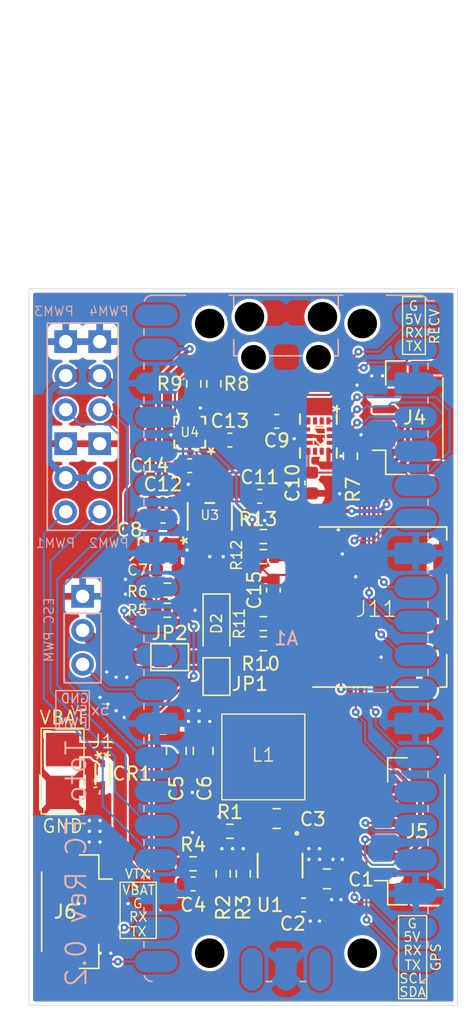
<source format=kicad_pcb>
(kicad_pcb (version 20241229) (generator "pcbnew") (generator_version "9.0")
  (layers (0 "F.Cu" signal) (2 "B.Cu" signal) (13 "F.Paste" user) (15 "B.Paste" user) (5 "F.SilkS" user "F.Silkscreen") (7 "B.SilkS" user "B.Silkscreen") (1 "F.Mask" user) (3 "B.Mask" user) (25 "Edge.Cuts" user))
  (net 0 "")
  (net 3 "/VTX_UART_RX")
  (net 5 "/VBAT_S")
  (net 6 "GND")
  (net 7 "/Peripherals/IMU_SPI_CS")
  (net 8 "/COMP_I2C_SCL")
  (net 9 "/VTX_UART_TX")
  (net 10 "/Peripherals/IMU_SPI_MISO")
  (net 11 "/Peripherals/SD_CARD_SPI_CLK")
  (net 12 "/Peripherals/SD_CARD_SPI_CS")
  (net 13 "/Peripherals/IMU_SPI_CLK")
  (net 14 "/RECEIVER_UART_TX")
  (net 15 "/SERVO_PWM_2")
  (net 16 "/COMP_I2C_SDA")
  (net 17 "/SERVO_PWM_4")
  (net 18 "/Peripherals/SD_CARD_SPI_MOSI")
  (net 19 "/SERVO_PWM_1")
  (net 20 "+5V")
  (net 21 "/SERVO_PWM_3")
  (net 22 "/GPS_UART_TX")
  (net 23 "/RECEIVER_UART_RX")
  (net 24 "VBUS")
  (net 25 "+3V3")
  (net 27 "/ESC_PWM")
  (net 29 "/Peripherals/BARO_I2C_SCL")
  (net 30 "/Peripherals/IMU_SPI_MOSI")
  (net 31 "/Peripherals/BARO_I2C_SDA")
  (net 34 "/GPS_UART_RX")
  (net 35 "/Peripherals/SD_CARD_SPI_MISO")
  (net 36 "VBAT")
  (net 37 "/SW")
  (net 38 "/BOOT")
  (net 39 "/FB")
  (net 40 "5V_BEC")
  (net 41 "3v3_SENSOR")
  (net 42 "Net-(U3-BYPASS)")
  (net 44 "Net-(J11-DAT2)")
  (net 45 "Net-(J11-DAT1)")
  (net 46 "Net-(U1-RT)")
  (net 53 "Net-(C4-Pad1)")
  (net 54 "/ONBOARD_BEC")
  (net 55 "/ESC_BEC")
  (footprint "Resistor_SMD:R_0603_1608Metric" (layer "F.Cu") (at 40.3 46.6 90)
    (property "Reference" "R8")
    (property "Value" "4.7k")
  )
  (footprint "Resistor_SMD:R_0603_1608Metric" (layer "F.Cu") (at 44 59.5 180)
    (property "Reference" "R12")
    (property "Value" "50k")
  )
  (footprint "Capacitor_SMD:C_0603_1608Metric" (layer "F.Cu") (at 45 49.4 180)
    (property "Reference" "C9")
    (property "Value" "10n")
  )
  (footprint "Resistor_SMD:R_0603_1608Metric" (layer "F.Cu") (at 38.75 82.425003)
    (property "Reference" "R4")
    (property "Value" "1k")
  )
  (footprint "Resistor_SMD:R_0603_1608Metric" (layer "F.Cu") (at 41.5 80)
    (property "Reference" "R1")
    (property "Value" "31.6k")
  )
  (footprint "Capacitor_SMD:C_0603_1608Metric" (layer "F.Cu") (at 44.75 62 90)
    (property "Reference" "C15")
    (property "Value" "100n")
  )
  (footprint "Capacitor_SMD:C_0805_2012Metric" (layer "F.Cu") (at 37.500003 73.999997 90)
    (property "Reference" "C5")
    (property "Value" "33u")
  )
  (footprint "Connector_JST:JST_GH_SM06B-GHS-TB_1x06-1MP_P1.25mm_Horizontal" (layer "F.Cu") (at 55 80 90)
    (property "Reference" "J5")
    (property "Value" "GPS Connector")
  )
  (footprint "Resistor_SMD:R_0603_1608Metric" (layer "F.Cu") (at 41.000002 83.175 90)
    (property "Reference" "R2")
    (property "Value" "100k")
  )
  (footprint "Capacitor_SMD:C_0603_1608Metric" (layer "F.Cu") (at 36.825 60.5)
    (property "Reference" "C7")
    (property "Value" "1u")
  )
  (footprint "Capacitor_SMD:C_0603_1608Metric" (layer "F.Cu") (at 41.5 50.8)
    (property "Reference" "C13")
    (property "Value" "100n")
  )
  (footprint "Connector_JST:JST_GH_SM04B-GHS-TB_1x04-1MP_P1.25mm_Horizontal" (layer "F.Cu") (at 30 86 -90)
    (property "Reference" "J6")
    (property "Value" "VTX Connector")
  )
  (footprint "Resistor_SMD:R_0603_1608Metric" (layer "F.Cu") (at 44 64.5 180)
    (property "Reference" "R11")
    (property "Value" "50k")
  )
  (footprint "toto_fc:SOD523" (layer "F.Cu") (at 32 75.7269 -90)
    (property "Reference" "CR1")
    (property "Value" "D24V0S1U2TQ-7")
  )
  (footprint "toto_fc:BMP390" (layer "F.Cu") (at 38.499999 50.2126 180)
    (property "Reference" "U4")
    (property "Value" "BMP390")
  )
  (footprint "Capacitor_SMD:C_0603_1608Metric" (layer "F.Cu") (at 38.75 83.925)
    (property "Reference" "C4")
    (property "Value" "33p")
  )
  (footprint "Diode_SMD:D_SOD-123F" (layer "F.Cu") (at 40.5 64.5 -90)
    (property "Reference" "D2")
    (property "Value" "PMEG2010EH")
  )
  (footprint "Resistor_SMD:R_0603_1608Metric" (layer "F.Cu") (at 36.825 63.5)
    (property "Reference" "R5")
    (property "Value" "47K")
  )
  (footprint "toto_fc:LMR51450" (layer "F.Cu") (at 45.249685 82.5546 -90)
    (property "Reference" "U1")
    (property "Value" "LMR51450")
  )
  (footprint "Capacitor_SMD:C_0603_1608Metric" (layer "F.Cu") (at 36.5 55.5 180)
    (property "Reference" "C12")
    (property "Value" "100n")
  )
  (footprint "toto_fc:MOLEX_104031-0811" (layer "F.Cu") (at 52 63.26 -90)
    (property "Reference" "J11")
    (property "Value" "Micro_SD_Card")
  )
  (footprint "Capacitor_SMD:C_0603_1608Metric" (layer "F.Cu") (at 43.725 55)
    (property "Reference" "C11")
    (property "Value" "100n")
  )
  (footprint "Capacitor_SMD:C_0603_1608Metric" (layer "F.Cu") (at 36.5 57.5 180)
    (property "Reference" "C8")
    (property "Value" "100n")
  )
  (footprint "toto_fc:vbat_pads" (layer "F.Cu") (at 29 75.5)
    (property "Reference" "J1")
    (property "Value" "Conn_01x02")
  )
  (footprint "toto_fc:TPS79133DBVR" (layer "F.Cu") (at 40 56.5 90)
    (property "Reference" "U3")
    (property "Value" "TPS79133DBVR")
  )
  (footprint "Resistor_SMD:R_0603_1608Metric" (layer "F.Cu") (at 38.8 46.6 90)
    (property "Reference" "R9")
    (property "Value" "4.7k")
  )
  (footprint "toto_fc:F1C2-060606W-5R6M" (layer "F.Cu") (at 44 74.550001 -90)
    (property "Reference" "L1")
    (property "Value" "5.6u")
  )
  (footprint "Capacitor_SMD:C_0603_1608Metric" (layer "F.Cu") (at 38.5 52.7126 180)
    (property "Reference" "C14")
    (property "Value" "100n")
  )
  (footprint "Resistor_SMD:R_0603_1608Metric" (layer "F.Cu") (at 36.825 62 180)
    (property "Reference" "R6")
    (property "Value" "7K")
  )
  (footprint "Resistor_SMD:R_0603_1608Metric" (layer "F.Cu") (at 50.5 52 90)
    (property "Reference" "R7")
    (property "Value" "10k")
  )
  (footprint "Jumper:SolderJumper-2_P1.3mm_Open_Pad1.0x1.5mm" (layer "F.Cu") (at 40.5 68.449999 90)
    (property "Reference" "JP1")
    (property "Value" "BEC_SJ")
  )
  (footprint "Capacitor_SMD:C_0805_2012Metric" (layer "F.Cu") (at 45 79.050001)
    (property "Reference" "C3")
    (property "Value" "10u")
  )
  (footprint "Resistor_SMD:R_0603_1608Metric" (layer "F.Cu") (at 44 58 180)
    (property "Reference" "R13")
    (property "Value" "50k")
  )
  (footprint "Capacitor_SMD:C_0805_2012Metric" (layer "F.Cu") (at 48.749685 83.550001)
    (property "Reference" "C1")
    (property "Value" "10u")
  )
  (footprint "Capacitor_SMD:C_0603_1608Metric" (layer "F.Cu") (at 47.611 54.000001 90)
    (property "Reference" "C10")
    (property "Value" "2.2u")
  )
  (footprint "Jumper:SolderJumper-2_P1.3mm_Open_Pad1.0x1.5mm" (layer "F.Cu") (at 37 67)
    (property "Reference" "JP2")
    (property "Value" "ESC_SJ")
  )
  (footprint "toto_fc:ICM-42688-P" (layer "F.Cu") (at 48.111 50.500001 -90)
    (property "Reference" "U2")
    (property "Value" "ICM-42688-P")
  )
  (footprint "Capacitor_SMD:C_0805_2012Metric" (layer "F.Cu") (at 39.5 74 90)
    (property "Reference" "C6")
    (property "Value" "33u")
  )
  (footprint "Connector_JST:JST_GH_SM04B-GHS-TB_1x04-1MP_P1.25mm_Horizontal" (layer "F.Cu") (at 54.85 49.125 90)
    (property "Reference" "J4")
    (property "Value" "Receiver Connector")
  )
  (footprint "Capacitor_SMD:C_0603_1608Metric" (layer "F.Cu") (at 47 85.5)
    (property "Reference" "C2")
    (property "Value" "100n")
  )
  (footprint "Resistor_SMD:R_0603_1608Metric" (layer "F.Cu") (at 44 66 180)
    (property "Reference" "R10")
    (property "Value" "50k")
  )
  (footprint "Resistor_SMD:R_0603_1608Metric" (layer "F.Cu") (at 42.5 83.175 -90)
    (property "Reference" "R3")
    (property "Value" "19.1k")
  )
  (footprint "toto_fc:pwm_headers" (layer "B.Cu") (at 31.775 43.45 180)
    (property "Reference" "J2" (hide yes))
    (property "Value" "Conn_01x12")
  )
  (footprint "toto_fc:RaspberryPi_Pico_SMD_HandSolder" (layer "B.Cu") (at 45.69 65.6 180)
    (property "Reference" "A1")
    (property "Value" "RaspberryPi_Pico")
  )
  (footprint "Connector_PinHeader_2.54mm:PinHeader_1x03_P2.54mm_Vertical" (layer "B.Cu") (at 30.5 62.46 180)
    (property "Reference" "J3" (hide yes))
    (property "Value" "Conn_01x03")
  )
  (gr_line (start 54.4 40.1) (end 54.4 44.4) (stroke (width 0.1)) (layer "F.SilkS"))
  (gr_line (start 54.4 44.4) (end 56.1 44.4) (stroke (width 0.1)) (layer "F.SilkS"))
  (gr_line (start 36 83.8) (end 36 88) (stroke (width 0.1)) (layer "F.SilkS"))
  (gr_line (start 56.2 92.5) (end 54.1 92.5) (stroke (width 0.1)) (layer "F.SilkS"))
  (gr_line (start 54.1 92.5) (end 54.1 86.3) (stroke (width 0.1)) (layer "F.SilkS"))
  (gr_line (start 33.3 88) (end 33.3 83.8) (stroke (width 0.1)) (layer "F.SilkS"))
  (gr_line (start 33.3 83.8) (end 36 83.8) (stroke (width 0.1)) (layer "F.SilkS"))
  (gr_line (start 56.2 86.3) (end 56.2 92.5) (stroke (width 0.1)) (layer "F.SilkS"))
  (gr_line (start 54.1 86.3) (end 56.2 86.3) (stroke (width 0.1)) (layer "F.SilkS"))
  (gr_line (start 56.1 44.4) (end 56.1 40.1) (stroke (width 0.1)) (layer "F.SilkS"))
  (gr_line (start 56.1 40.1) (end 54.4 40.1) (stroke (width 0.1)) (layer "F.SilkS"))
  (gr_line (start 36 88) (end 33.3 88) (stroke (width 0.1)) (layer "F.SilkS"))
  (gr_line (start 28.5 69.5) (end 31 69.5) (stroke (width 0.1)) (layer "B.SilkS"))
  (gr_line (start 28.5 72.4) (end 28.5 69.5) (stroke (width 0.1)) (layer "B.SilkS"))
  (gr_line (start 31 69.5) (end 31 72.4) (stroke (width 0.1)) (layer "B.SilkS"))
  (gr_line (start 31 72.4) (end 28.5 72.4) (stroke (width 0.1)) (layer "B.SilkS"))
  (gr_line (start 26.5 39.5) (end 26.5 93) (stroke (width 0.05)) (layer "Edge.Cuts"))
  (gr_line (start 58.5 39.5) (end 26.5 39.5) (stroke (width 0.05)) (layer "Edge.Cuts"))
  (gr_line (start 26.5 93) (end 58.5 93) (stroke (width 0.05)) (layer "Edge.Cuts"))
  (gr_line (start 58.5 93) (end 58.5 39.5) (stroke (width 0.05)) (layer "Edge.Cuts"))
  (gr_text "GND" (at 27.4 80.2 0) (layer "F.SilkS") (effects (font (size 1 1) (thickness 0.12)) (justify left bottom)))
  (gr_text "VBAT" (at 27.2 72.1 0) (layer "F.SilkS") (effects (font (size 1 1) (thickness 0.12)) (justify left bottom)))
  (gr_text "RX" (at 54.5 43.2 0) (layer "F.SilkS") (effects (font (size 0.7 0.7) (thickness 0.1)) (justify left bottom)))
  (gr_text "TX" (at 54.5 90.4 0) (layer "F.SilkS") (effects (font (size 0.7 0.7) (thickness 0.1)) (justify left bottom)))
  (gr_text "5V" (at 54.4 88.3 -0) (layer "F.SilkS") (effects (font (size 0.7 0.7) (thickness 0.1)) (justify left bottom)))
  (gr_text "GPS" (at 57.3 90.5 90) (layer "F.SilkS") (effects (font (size 0.7 0.7) (thickness 0.1)) (justify left bottom)))
  (gr_text "TX" (at 54.59 44.2 0) (layer "F.SilkS") (effects (font (size 0.7 0.7) (thickness 0.1)) (justify left bottom)))
  (gr_text "G" (at 54.7 87.3 0) (layer "F.SilkS") (effects (font (size 0.7 0.7) (thickness 0.1)) (justify left bottom)))
  (gr_text "VTX" (at 33.6 83.6 0) (layer "F.SilkS") (effects (font (size 0.7 0.7) (thickness 0.1)) (justify left bottom)))
  (gr_text "G" (at 34.2 85.8 0) (layer "F.SilkS") (effects (font (size 0.7 0.7) (thickness 0.1)) (justify left bottom)))
  (gr_text "SCL" (at 54.1 91.4 0) (layer "F.SilkS") (effects (font (size 0.7 0.7) (thickness 0.1)) (justify left bottom)))
  (gr_text "RX" (at 33.9 86.8 0) (layer "F.SilkS") (effects (font (size 0.7 0.7) (thickness 0.1)) (justify left bottom)))
  (gr_text "RECV" (at 57.2 43.7 90) (layer "F.SilkS") (effects (font (size 0.7 0.7) (thickness 0.1)) (justify left bottom)))
  (gr_text "G" (at 54.8 41.2 0) (layer "F.SilkS") (effects (font (size 0.7 0.7) (thickness 0.1)) (justify left bottom)))
  (gr_text "SDA" (at 54.1 92.4 0) (layer "F.SilkS") (effects (font (size 0.7 0.7) (thickness 0.1)) (justify left bottom)))
  (gr_text "5V" (at 54.5 42.2 -0) (layer "F.SilkS") (effects (font (size 0.7 0.7) (thickness 0.1)) (justify left bottom)))
  (gr_text "VBAT" (at 33.4 84.8 0) (layer "F.SilkS") (effects (font (size 0.7 0.7) (thickness 0.1)) (justify left bottom)))
  (gr_text "RX" (at 54.4 89.3 0) (layer "F.SilkS") (effects (font (size 0.7 0.7) (thickness 0.1)) (justify left bottom)))
  (gr_text "TX" (at 34 87.9 0) (layer "F.SilkS") (effects (font (size 0.7 0.7) (thickness 0.1)) (justify left bottom)))
  (gr_text "ESC PWM" (at 28.4 62.5 90) (layer "B.SilkS") (effects (font (size 0.7 0.7) (thickness 0.08)) (justify left bottom mirror)))
  (gr_text "PWM1" (at 30 58.9 0) (layer "B.SilkS") (effects (font (size 0.7 0.7) (thickness 0.08)) (justify left bottom mirror)))
  (gr_text "5V" (at 30.96 71.4 0) (layer "B.SilkS") (effects (font (size 0.7 0.7) (thickness 0.1)) (justify left bottom mirror)))
  (gr_text "PWM2" (at 34 58.9 0) (layer "B.SilkS") (effects (font (size 0.7 0.7) (thickness 0.08)) (justify left bottom mirror)))
  (gr_text "PWM3" (at 29.9 41.6 0) (layer "B.SilkS") (effects (font (size 0.7 0.7) (thickness 0.08)) (justify left bottom mirror)))
  (gr_text "5x" (at 32.6 71.4 0) (layer "B.SilkS") (effects (font (size 0.8 0.8) (thickness 0.1)) (justify left bottom mirror)))
  (gr_text "PWM" (at 30.96 72.3 0) (layer "B.SilkS") (effects (font (size 0.7 0.7) (thickness 0.1)) (justify left bottom mirror)))
  (gr_text "Toto FC Rev 0.2" (at 30.9 73.1 90) (layer "B.SilkS") (effects (font (size 1.5 1.5)) (justify left bottom mirror)))
  (gr_text "PWM4" (at 34 41.6 0) (layer "B.SilkS") (effects (font (size 0.7 0.7) (thickness 0.08)) (justify left bottom mirror)))
  (gr_text "GND" (at 31.06 70.5 0) (layer "B.SilkS") (effects (font (size 0.7 0.7) (thickness 0.1)) (justify left bottom mirror)))
  (segment (start 33.61 87.19) (end 32.925 87.875) (width 0.15) (layer "F.Cu") (net 3))
  (segment (start 32.925 87.875) (end 31.85 87.875) (width 0.15) (layer "F.Cu") (net 3))
  (via (at 33.61 87.19) (size 0.6) (drill 0.25) (layers "F.Cu" "B.Cu") (net 3))
  (segment (start 33.61 87.19) (end 36 87.19) (width 0.15) (layer "B.Cu") (net 3))
  (segment (start 36 60.55) (end 36.05 60.5) (width 0.15) (layer "F.Cu") (net 5))
  (segment (start 36 63.5) (end 33.6 63.5) (width 0.15) (layer "F.Cu") (net 5))
  (segment (start 36 63.5) (end 36 60.55) (width 0.15) (layer "F.Cu") (net 5))
  (via (at 33.595928 63.509716) (size 0.6) (drill 0.25) (layers "F.Cu" "B.Cu") (net 5))
  (segment (start 33.595928 63.995928) (end 33.93 64.33) (width 0.15) (layer "B.Cu") (net 5))
  (segment (start 33.595928 63.509716) (end 33.595928 63.995928) (width 0.15) (layer "B.Cu") (net 5))
  (segment (start 33.93 64.33) (end 36 64.33) (width 0.15) (layer "B.Cu") (net 5))
  (segment (start 38 51) (end 38 52.4376) (width 0.15) (layer "F.Cu") (net 6))
  (segment (start 46.3 50.7) (end 46.5 50.5) (width 0.15) (layer "F.Cu") (net 6))
  (segment (start 37.1 50.568701) (end 37.531299 51) (width 0.15) (layer "F.Cu") (net 6))
  (segment (start 37.725 53.425) (end 38.4 54.1) (width 0.15) (layer "F.Cu") (net 6))
  (segment (start 39.3 48.4) (end 38.999998 48.700002) (width 0.15) (layer "F.Cu") (net 6))
  (segment (start 46.55 60.865) (end 47.565 60.865) (width 0.15) (layer "F.Cu") (net 6))
  (segment (start 37.725 52.7126) (end 37.725 53.425) (width 0.15) (layer "F.Cu") (net 6))
  (segment (start 40.675 78.9) (end 40.675 80) (width 0.15) (layer "F.Cu") (net 6))
  (segment (start 44 60.475) (end 44 60.1) (width 0.15) (layer "F.Cu") (net 6))
  (segment (start 45.11 60.865) (end 44.75 61.225) (width 0.15) (layer "F.Cu") (net 6))
  (segment (start 32 76.5) (end 31.5 77) (width 0.3) (layer "F.Cu") (net 6))
  (segment (start 38 49.4252) (end 38 49) (width 0.15) (layer "F.Cu") (net 6))
  (segment (start 31.2 77.1) (end 31.4 77.1) (width 0.5) (layer "F.Cu") (net 6))
  (segment (start 46.6 51) (end 47.222 51) (width 0.15) (layer "F.Cu") (net 6))
  (segment (start 48.861001 51.630301) (end 49.430301 51.630301) (width 0.15) (layer "F.Cu") (net 6))
  (segment (start 37.531299 51) (end 38 51) (width 0.15) (layer "F.Cu") (net 6))
  (segment (start 49.430301 51.630301) (end 49.8 52) (width 0.15) (layer "F.Cu") (net 6))
  (segment (start 38.325678 49.9) (end 38.725202 49.9) (width 0.15) (layer "F.Cu") (net 6))
  (segment (start 46.5 50.5) (end 47.222 50.500001) (width 0.15) (layer "F.Cu") (net 6))
  (segment (start 38 52.4376) (end 37.725 52.7126) (width 0.15) (layer "F.Cu") (net 6))
  (segment (start 38 49.4252) (end 38 49.574322) (width 0.15) (layer "F.Cu") (net 6))
  (segment (start 38.999998 49.625204) (end 38.999998 49.4252) (width 0.15) (layer "F.Cu") (net 6))
  (segment (start 46.3 50.7) (end 46.6 51) (width 0.15) (layer "F.Cu") (net 6))
  (segment (start 38.725202 49.9) (end 38.999998 49.625204) (width 0.15) (layer "F.Cu") (net 6))
  (segment (start 38.999998 48.700002) (end 38.999998 49.4252) (width 0.15) (layer "F.Cu") (net 6))
  (segment (start 29 77.1) (end 31.2 77.1) (width 0.5) (layer "F.Cu") (net 6))
  (segment (start 37.1 50.4) (end 37.1 50.568701) (width 0.15) (layer "F.Cu") (net 6))
  (segment (start 38 49.574322) (end 38.325678 49.9) (width 0.15) (layer "F.Cu") (net 6))
  (segment (start 31.4 77.1) (end 31.5 77) (width 0.5) (layer "F.Cu") (net 6))
  (segment (start 46.55 60.865) (end 45.11 60.865) (width 0.15) (layer "F.Cu") (net 6))
  (segment (start 38 51) (end 38.499999 51) (width 0.15) (layer "F.Cu") (net 6))
  (segment (start 42.5 82.35) (end 42.5 81.3) (width 0.15) (layer "F.Cu") (net 6))
  (segment (start 44.75 61.225) (end 44 60.475) (width 0.15) (layer "F.Cu") (net 6))
  (via (at 32.6 89.1) (size 0.6) (drill 0.25) (layers "F.Cu" "B.Cu") (net 6))
  (via (at 33 68.5) (size 0.6) (drill 0.25) (layers "F.Cu" "B.Cu") (net 6))
  (via (at 38.9 63.5) (size 0.6) (drill 0.25) (layers "F.Cu" "B.Cu") (net 6))
  (via (at 33 71) (size 0.6) (drill 0.25) (layers "F.Cu" "B.Cu") (net 6))
  (via (at 38.3 59) (size 0.6) (drill 0.25) (layers "F.Cu" "B.Cu") (net 6))
  (via (at 31.8 70) (size 0.6) (drill 0.25) (layers "F.Cu" "B.Cu") (net 6))
  (via (at 49.9 82.1) (size 0.6) (drill 0.25) (layers "F.Cu" "B.Cu") (net 6))
  (via (at 33.7 62.3) (size 0.6) (drill 0.25) (layers "F.Cu" "B.Cu") (net 6))
  (via (at 46 55.2) (size 0.6) (drill 0.25) (layers "F.Cu" "B.Cu") (net 6))
  (via (at 39.3 48.4) (size 0.6) (drill 0.25) (layers "F.Cu" "B.Cu") (net 6))
  (via (at 33.7 61.2) (size 0.6) (drill 0.25) (layers "F.Cu" "B.Cu") (net 6))
  (via (at 51 46.7) (size 0.6) (drill 0.25) (layers "F.Cu" "B.Cu") (net 6))
  (via (at 38.4 71) (size 0.6) (drill 0.25) (layers "F.Cu" "B.Cu") (net 6))
  (via (at 44.3 67.8) (size 0.6) (drill 0.25) (layers "F.Cu" "B.Cu") (net 6))
  (via (at 40 71.8) (size 0.6) (drill 0.25) (layers "F.Cu" "B.Cu") (net 6))
  (via (at 49.2 82.1) (size 0.6) (drill 0.25) (layers "F.Cu" "B.Cu") (net 6))
  (via (at 38.7 80.1) (size 0.6) (drill 0.25) (layers "F.Cu" "B.Cu") (net 6))
  (via (at 31.8 79.999999) (size 0.6) (drill 0.25) (layers "F.Cu" "B.Cu") (net 6))
  (via (at 49.6 57.5) (size 0.6) (drill 0.25) (layers "F.Cu" "B.Cu") (net 6))
  (via (at 31.8 89.1) (size 0.6) (drill 0.25) (layers "F.Cu" "B.Cu") (net 6))
  (via (at 39.2 71) (size 0.6) (drill 0.25) (layers "F.Cu" "B.Cu") (net 6))
  (via (at 32.4 70.5) (size 0.6) (drill 0.25) (layers "F.Cu" "B.Cu") (net 6))
  (via (at 41 59.5) (size 0.6) (drill 0.25) (layers "F.Cu" "B.Cu") (net 6))
  (via (at 52.9 46) (size 0.6) (drill 0.25) (layers "F.Cu" "B.Cu") (net 6))
  (via (at 44.1 56.8) (size 0.6) (drill 0.25) (layers "F.Cu" "B.Cu") (net 6))
  (via (at 41.7 81.3) (size 0.6) (drill 0.25) (layers "F.Cu" "B.Cu") (net 6))
  (via (at 50.9 61) (size 0.6) (drill 0.25) (layers "F.Cu" "B.Cu") (net 6))
  (via (at 40.675 78.9) (size 0.6) (drill 0.25) (layers "F.Cu" "B.Cu") (net 6))
  (via (at 31 80.799999) (size 0.6) (drill 0.25) (layers "F.Cu" "B.Cu") (net 6))
  (via (at 42.5 81.3) (size 0.6) (drill 0.25) (layers "F.Cu" "B.Cu") (net 6))
  (via (at 31 79.199999) (size 0.6) (drill 0.25) (layers "F.Cu" "B.Cu") (net 6))
  (via (at 38.7 77.1) (size 0.6) (drill 0.25) (layers "F.Cu" "B.Cu") (net 6))
  (via (at 48.2 82.1) (size 0.6) (drill 0.25) (layers "F.Cu" "B.Cu") (net 6))
  (via (at 52.8 67) (size 0.6) (drill 0.25) (layers "F.Cu" "B.Cu") (net 6))
  (via (at 33.9 85.4) (size 0.6) (drill 0.25) (layers "F.Cu" "B.Cu") (net 6))
  (via (at 38.4 71.8) (size 0.6) (drill 0.25) (layers "F.Cu" "B.Cu") (net 6))
  (via (at 49.8 85.1) (size 0.6) (drill 0.25) (layers "F.Cu" "B.Cu") (net 6))
  (via (at 39.2 71.8) (size 0.6) (drill 0.25) (layers "F.Cu" "B.Cu") (net 6))
  (via (at 38.4 54.1) (size 0.6) (drill 0.25) (layers "F.Cu" "B.Cu") (net 6))
  (via (at 31.8 79.2) (size 0.6) (drill 0.25) (layers "F.Cu" "B.Cu") (net 6))
  (via (at 33.8 68.5) (size 0.6) (drill 0.25) (layers "F.Cu" "B.Cu") (net 6))
  (via (at 49.7 54.8) (size 0.6) (drill 0.25) (layers "F.Cu" "B.Cu") (net 6))
  (via (at 47.5 86.7) (size 0.6) (drill 0.25) (layers "F.Cu" "B.Cu") (net 6))
  (via (at 46 54.1) (size 0.6) (drill 0.25) (layers "F.Cu" "B.Cu") (net 6))
  (via (at 47.4 81.3) (size 0.6) (drill 0.25) (layers "F.Cu" "B.Cu") (net 6))
  (via (at 51.3 50.4) (size 0.6) (drill 0.25) (layers "F.Cu" "B.Cu") (net 6))
  (via (at 30.2 85.4) (size 0.6) (drill 0.25) (layers "F.Cu" "B.Cu") (net 6))
  (via (at 31 79.999999) (size 0.6) (drill 0.25) (layers "F.Cu" "B.Cu") (net 6))
  (via (at 46.3 50.7) (size 0.6) (drill 0.25) (layers "F.Cu" "B.Cu") (net 6))
  (via (at 48.2 86.7) (size 0.6) (drill 0.25) (layers "F.Cu" "B.Cu") (net 6))
  (via (at 49.9 59.3) (size 0.6) (drill 0.25) (layers "F.Cu" "B.Cu") (net 6))
  (via (at 40.9 81.3) (size 0.6) (drill 0.25) (layers "F.Cu" "B.Cu") (net 6))
  (via (at 37.1 50.4) (size 0.6) (drill 0.25) (layers "F.Cu" "B.Cu") (net 6))
  (via (at 52.1 46) (size 0.6) (drill 0.25) (layers "F.Cu" "B.Cu") (net 6))
  (via (at 49.8 52) (size 0.6) (drill 0.25) (layers "F.Cu" "B.Cu") (net 6))
  (via (at 40 59.5) (size 0.6) (drill 0.25) (layers "F.Cu" "B.Cu") (net 6))
  (via (at 48.2 81.3) (size 0.6) (drill 0.25) (layers "F.Cu" "B.Cu") (net 6))
  (via (at 31.8 80.8) (size 0.6) (drill 0.25) (layers "F.Cu" "B.Cu") (net 6))
  (via (at 32.3 68.1) (size 0.6) (drill 0.25) (layers "F.Cu" "B.Cu") (net 6))
  (via (at 47.4 82.1) (size 0.6) (drill 0.25) (layers "F.Cu" "B.Cu") (net 6))
  (via (at 49.1 85.1) (size 0.6) (drill 0.25) (layers "F.Cu" "B.Cu") (net 6))
  (via (at 33.6 71.5) (size 0.6) (drill 0.25) (layers "F.Cu" "B.Cu") (net 6))
  (segment (start 51.2 51.875) (end 50.5 51.175) (width 0.15) (layer "F.Cu") (net 7))
  (segment (start 50.325 51) (end 50.5 51.175) (width 0.15) (layer "F.Cu") (net 7))
  (segment (start 49 51) (end 50.325 51) (width 0.15) (layer "F.Cu") (net 7))
  (segment (start 50.8 58.3) (end 51.2 57.9) (width 0.15) (layer "F.Cu") (net 7))
  (segment (start 51.2 57.9) (end 51.2 51.875) (width 0.15) (layer "F.Cu") (net 7))
  (via (at 50.8 58.3) (size 0.6) (drill 0.25) (layers "F.Cu" "B.Cu") (net 7))
  (segment (start 53.78 56.71) (end 55.38 56.71) (width 0.15) (layer "B.Cu") (net 7))
  (segment (start 52.19 58.3) (end 53.78 56.71) (width 0.15) (layer "B.Cu") (net 7))
  (segment (start 50.8 58.3) (end 52.19 58.3) (width 0.15) (layer "B.Cu") (net 7))
  (segment (start 51.7 82) (end 51.074 81.374) (width 0.15) (layer "F.Cu") (net 8))
  (segment (start 51.375 78.125) (end 53.15 78.125) (width 0.15) (layer "F.Cu") (net 8))
  (segment (start 51.074 81.374) (end 51.074 78.426) (width 0.15) (layer "F.Cu") (net 8))
  (segment (start 51.074 78.426) (end 51.375 78.125) (width 0.15) (layer "F.Cu") (net 8))
  (segment (start 51.7 86.6) (end 51.7 82) (width 0.15) (layer "F.Cu") (net 8))
  (via (at 51.7 86.6) (size 0.6) (drill 0.25) (layers "F.Cu" "B.Cu") (net 8))
  (segment (start 51.7 86.6) (end 54.83 89.73) (width 0.15) (layer "B.Cu") (net 8))
  (segment (start 54.83 89.73) (end 55.38 89.73) (width 0.15) (layer "B.Cu") (net 8))
  (segment (start 30.774 89.074) (end 30.774 86.826) (width 0.15) (layer "F.Cu") (net 9))
  (segment (start 30.975 86.625) (end 31.85 86.625) (width 0.15) (layer "F.Cu") (net 9))
  (segment (start 30.774 86.826) (end 30.975 86.625) (width 0.15) (layer "F.Cu") (net 9))
  (segment (start 33.13 89.73) (end 31.43 89.73) (width 0.15) (layer "F.Cu") (net 9))
  (segment (start 31.85 86.625) (end 32.091968 86.625) (width 0.3) (layer "F.Cu") (net 9))
  (segment (start 31.43 89.73) (end 30.774 89.074) (width 0.15) (layer "F.Cu") (net 9))
  (via (at 33.13 89.73) (size 0.6) (drill 0.25) (layers "F.Cu" "B.Cu") (net 9))
  (segment (start 36 89.73) (end 33.13 89.73) (width 0.15) (layer "B.Cu") (net 9))
  (segment (start 49.230299 49.369701) (end 51 47.6) (width 0.15) (layer "F.Cu") (net 10))
  (segment (start 48.861001 49.369701) (end 49.230299 49.369701) (width 0.15) (layer "F.Cu") (net 10))
  (via (at 51 47.6) (size 0.6) (drill 0.25) (layers "F.Cu" "B.Cu") (net 10))
  (segment (start 51 47.6) (end 56.9 47.6) (width 0.15) (layer "B.Cu") (net 10))
  (segment (start 57.9 48.6) (end 57.9 51.65) (width 0.15) (layer "B.Cu") (net 10))
  (segment (start 56.9 47.6) (end 57.9 48.6) (width 0.15) (layer "B.Cu") (net 10))
  (segment (start 57.9 51.65) (end 55.38 54.17) (width 0.15) (layer "B.Cu") (net 10))
  (segment (start 51.7 70.4) (end 51.7 65.9) (width 0.15) (layer "F.Cu") (net 11))
  (segment (start 47.765 61.965) (end 46.55 61.965) (width 0.15) (layer "F.Cu") (net 11))
  (segment (start 51.7 65.9) (end 47.765 61.965) (width 0.15) (layer "F.Cu") (net 11))
  (segment (start 52.4 71.1) (end 51.7 70.4) (width 0.15) (layer "F.Cu") (net 11))
  (via (at 52.4 71.1) (size 0.6) (drill 0.25) (layers "F.Cu" "B.Cu") (net 11))
  (segment (start 52.4 72.1) (end 54.79 74.49) (width 0.15) (layer "B.Cu") (net 11))
  (segment (start 52.4 71.1) (end 52.4 72.1) (width 0.15) (layer "B.Cu") (net 11))
  (segment (start 54.79 74.49) (end 55.38 74.49) (width 0.15) (layer "B.Cu") (net 11))
  (segment (start 47.965 65.265) (end 46.55 65.265) (width 0.15) (layer "F.Cu") (net 12))
  (segment (start 49.8 67.1) (end 47.965 65.265) (width 0.15) (layer "F.Cu") (net 12))
  (segment (start 49.8 69.4) (end 49.8 67.1) (width 0.15) (layer "F.Cu") (net 12))
  (via (at 49.8 69.4) (size 0.6) (drill 0.25) (layers "F.Cu" "B.Cu") (net 12))
  (segment (start 50 69.4) (end 50.01 69.41) (width 0.15) (layer "B.Cu") (net 12))
  (segment (start 50.01 69.41) (end 55.38 69.41) (width 0.15) (layer "B.Cu") (net 12))
  (segment (start 49.8 69.4) (end 50 69.4) (width 0.15) (layer "B.Cu") (net 12))
  (segment (start 49.999999 50.500001) (end 49 50.500001) (width 0.15) (layer "F.Cu") (net 13))
  (segment (start 51 49.5) (end 49.999999 50.500001) (width 0.15) (layer "F.Cu") (net 13))
  (via (at 51 49.5) (size 0.6) (drill 0.25) (layers "F.Cu" "B.Cu") (net 13))
  (segment (start 51.91 49.09) (end 55.38 49.09) (width 0.15) (layer "B.Cu") (net 13))
  (segment (start 51 49.5) (end 51.5 49.5) (width 0.15) (layer "B.Cu") (net 13))
  (segment (start 51.5 49.5) (end 51.91 49.09) (width 0.15) (layer "B.Cu") (net 13))
  (segment (start 53 61.4) (end 52.6 61) (width 0.15) (layer "F.Cu") (net 14))
  (segment (start 52.6 61) (end 52.6 51.4) (width 0.15) (layer "F.Cu") (net 14))
  (segment (start 52.6 51.4) (end 53 51) (width 0.15) (layer "F.Cu") (net 14))
  (via (at 53 61.4) (size 0.6) (drill 0.25) (layers "F.Cu" "B.Cu") (net 14))
  (segment (start 53.39 61.79) (end 55.38 61.79) (width 0.15) (layer "B.Cu") (net 14))
  (segment (start 53 61.4) (end 53.39 61.79) (width 0.15) (layer "B.Cu") (net 14))
  (segment (start 35.47 79.57) (end 32.9 77) (width 0.15) (layer "B.Cu") (net 15))
  (segment (start 28.1 59.825) (end 31.775 56.15) (width 0.15) (layer "B.Cu") (net 15))
  (segment (start 32.9 74.4) (end 28.1 69.6) (width 0.15) (layer "B.Cu") (net 15))
  (segment (start 28.1 69.6) (end 28.1 59.825) (width 0.15) (layer "B.Cu") (net 15))
  (segment (start 36 79.57) (end 35.47 79.57) (width 0.15) (layer "B.Cu") (net 15))
  (segment (start 32.9 77) (end 32.9 74.4) (width 0.15) (layer "B.Cu") (net 15))
  (segment (start 50.8 84.925) (end 50.8 81.9) (width 0.15) (layer "F.Cu") (net 16))
  (segment (start 50.4 81.5) (end 50.4 77.9) (width 0.15) (layer "F.Cu") (net 16))
  (segment (start 51.425 76.875) (end 53.15 76.875) (width 0.15) (layer "F.Cu") (net 16))
  (segment (start 50.4 77.9) (end 51.425 76.875) (width 0.15) (layer "F.Cu") (net 16))
  (segment (start 50.8 81.9) (end 50.4 81.5) (width 0.15) (layer "F.Cu") (net 16))
  (via (at 50.8 84.925) (size 0.6) (drill 0.25) (layers "F.Cu" "B.Cu") (net 16))
  (segment (start 50.8 84.925) (end 51.175 85.3) (width 0.15) (layer "B.Cu") (net 16))
  (segment (start 51.175 85.3) (end 51.89 85.3) (width 0.15) (layer "B.Cu") (net 16))
  (segment (start 51.89 85.3) (end 53.78 87.19) (width 0.15) (layer "B.Cu") (net 16))
  (segment (start 53.78 87.19) (end 55.38 87.19) (width 0.15) (layer "B.Cu") (net 16))
  (segment (start 33.8 56.927252) (end 33.8 49.8) (width 0.15) (layer "B.Cu") (net 17))
  (segment (start 36 74.49) (end 34.99 74.49) (width 0.15) (layer "B.Cu") (net 17))
  (segment (start 33.8 49.8) (end 32.53 48.53) (width 0.15) (layer "B.Cu") (net 17))
  (segment (start 32.53 48.53) (end 31.775 48.53) (width 0.15) (layer "B.Cu") (net 17))
  (segment (start 34.99 74.49) (end 29.1 68.6) (width 0.15) (layer "B.Cu") (net 17))
  (segment (start 29.1 68.6) (end 29.1 61.627252) (width 0.15) (layer "B.Cu") (net 17))
  (segment (start 29.1 61.627252) (end 33.8 56.927252) (width 0.15) (layer "B.Cu") (net 17))
  (segment (start 46.215001 64.5) (end 46.55 64.165001) (width 0.15) (layer "F.Cu") (net 18))
  (segment (start 50.9 71.1) (end 50.9 66.6) (width 0.15) (layer "F.Cu") (net 18))
  (segment (start 50.9 66.6) (end 48.465001 64.165001) (width 0.15) (layer "F.Cu") (net 18))
  (segment (start 44.825 64.5) (end 46.215001 64.5) (width 0.15) (layer "F.Cu") (net 18))
  (segment (start 48.465001 64.165001) (end 46.55 64.165001) (width 0.15) (layer "F.Cu") (net 18))
  (via (at 50.9 71.1) (size 0.6) (drill 0.25) (layers "F.Cu" "B.Cu") (net 18))
  (segment (start 50.9 71.2) (end 51.6 71.9) (width 0.15) (layer "B.Cu") (net 18))
  (segment (start 50.9 71.1) (end 50.9 71.2) (width 0.15) (layer "B.Cu") (net 18))
  (segment (start 51.6 73.25) (end 55.38 77.03) (width 0.15) (layer "B.Cu") (net 18))
  (segment (start 51.6 71.9) (end 51.6 73.25) (width 0.15) (layer "B.Cu") (net 18))
  (segment (start 27.6 57.785) (end 29.235 56.15) (width 0.15) (layer "B.Cu") (net 19))
  (segment (start 27.6 70.095862) (end 27.6 57.785) (width 0.15) (layer "B.Cu") (net 19))
  (segment (start 32 74.495862) (end 27.6 70.095862) (width 0.15) (layer "B.Cu") (net 19))
  (segment (start 32 78.11) (end 32 74.495862) (width 0.15) (layer "B.Cu") (net 19))
  (segment (start 36 82.11) (end 32 78.11) (width 0.15) (layer "B.Cu") (net 19))
  (segment (start 53.2 53) (end 54.8 51.4) (width 0.3) (layer "F.Cu") (net 20))
  (segment (start 41.8 64.400001) (end 41.8 66.9) (width 0.3) (layer "F.Cu") (net 20))
  (segment (start 54.725 81.875) (end 53.526 81.875) (width 0.3) (layer "F.Cu") (net 20))
  (segment (start 36.476 56.701) (end 36.476 54.376) (width 0.3) (layer "F.Cu") (net 20))
  (segment (start 40.5 63.100001) (end 39.049999 61.65) (width 0.5) (layer "F.Cu") (net 20))
  (segment (start 54.8 49.450001) (end 53.849999 48.5) (width 0.3) (layer "F.Cu") (net 20))
  (segment (start 53.849999 48.5) (end 53 48.5) (width 0.3) (layer "F.Cu") (net 20))
  (segment (start 42.7 56.1) (end 50.6 56.1) (width 0.3) (layer "F.Cu") (net 20))
  (segment (start 36.476 54.376) (end 36.2 54.1) (width 0.3) (layer "F.Cu") (net 20))
  (segment (start 42 56.8) (end 42.7 56.1) (width 0.3) (layer "F.Cu") (net 20))
  (segment (start 37.275 57.5) (end 36.476 56.701) (width 0.3) (layer "F.Cu") (net 20))
  (segment (start 41.8 66.9) (end 45.3 70.4) (width 0.3) (layer "F.Cu") (net 20))
  (segment (start 36.2 54.1) (end 36.2 46.3) (width 0.3) (layer "F.Cu") (net 20))
  (segment (start 36.2 46.3) (end 38.5 44) (width 0.3) (layer "F.Cu") (net 20))
  (segment (start 55.7 77.3) (end 55.7 80.9) (width 0.3) (layer "F.Cu") (net 20))
  (segment (start 40.5 63.100001) (end 41.8 64.400001) (width 0.3) (layer "F.Cu") (net 20))
  (segment (start 37.275 57.5) (end 38.932399 57.5) (width 0.5) (layer "F.Cu") (net 20))
  (segment (start 47.5 70.4) (end 52.7 75.6) (width 0.3) (layer "F.Cu") (net 20))
  (segment (start 53.2 55.6) (end 53.2 53) (width 0.3) (layer "F.Cu") (net 20))
  (segment (start 54.8 51.4) (end 54.8 49.450001) (width 0.3) (layer "F.Cu") (net 20))
  (segment (start 38.932399 57.5) (end 39.049999 57.6176) (width 0.5) (layer "F.Cu") (net 20))
  (segment (start 45.3 70.4) (end 47.5 70.4) (width 0.3) (layer "F.Cu") (net 20))
  (segment (start 39.049999 61.65) (end 39.049999 57.6176) (width 0.5) (layer "F.Cu") (net 20))
  (segment (start 52.7 75.6) (end 54 75.6) (width 0.3) (layer "F.Cu") (net 20))
  (segment (start 54 75.6) (end 55.7 77.3) (width 0.3) (layer "F.Cu") (net 20))
  (segment (start 55.7 80.9) (end 54.725 81.875) (width 0.3) (layer "F.Cu") (net 20))
  (segment (start 40.5 63.100001) (end 42 61.600001) (width 0.3) (layer "F.Cu") (net 20))
  (segment (start 42 61.600001) (end 42 56.8) (width 0.3) (layer "F.Cu") (net 20))
  (via (at 50.6 56.1) (size 0.6) (drill 0.25) (layers "F.Cu" "B.Cu") (net 20))
  (via (at 53.2 55.6) (size 0.6) (drill 0.25) (layers "F.Cu" "B.Cu") (net 20))
  (via (at 38.5 44) (size 0.6) (drill 0.25) (layers "F.Cu" "B.Cu") (net 20))
  (segment (start 50.6 56.1) (end 52.7 56.1) (width 0.3) (layer "B.Cu") (net 20))
  (segment (start 52.7 56.1) (end 53.2 55.6) (width 0.3) (layer "B.Cu") (net 20))
  (segment (start 38.49 44.01) (end 38.5 44) (width 0.3) (layer "B.Cu") (net 20))
  (segment (start 36 44.01) (end 38.49 44.01) (width 0.3) (layer "B.Cu") (net 20))
  (segment (start 30.311 49.606) (end 29.235 48.53) (width 0.15) (layer "B.Cu") (net 21))
  (segment (start 33.2 56.603733) (end 33.2 50.4) (width 0.15) (layer "B.Cu") (net 21))
  (segment (start 33.2 50.4) (end 32.406 49.606) (width 0.15) (layer "B.Cu") (net 21))
  (segment (start 28.6 69.1) (end 28.6 61.203733) (width 0.15) (layer "B.Cu") (net 21))
  (segment (start 33.7 75.4) (end 33.7 74.2) (width 0.15) (layer "B.Cu") (net 21))
  (segment (start 28.6 61.203733) (end 33.2 56.603733) (width 0.15) (layer "B.Cu") (net 21))
  (segment (start 32.406 49.606) (end 30.311 49.606) (width 0.15) (layer "B.Cu") (net 21))
  (segment (start 36 77.03) (end 35.33 77.03) (width 0.15) (layer "B.Cu") (net 21))
  (segment (start 35.33 77.03) (end 33.7 75.4) (width 0.15) (layer "B.Cu") (net 21))
  (segment (start 33.7 74.2) (end 28.6 69.1) (width 0.15) (layer "B.Cu") (net 21))
  (segment (start 51.625 79.375) (end 53.15 79.375) (width 0.15) (layer "F.Cu") (net 22))
  (via (at 51.625 79.375) (size 0.6) (drill 0.25) (layers "F.Cu" "B.Cu") (net 22))
  (segment (start 54.95 80) (end 55.38 79.57) (width 0.15) (layer "B.Cu") (net 22))
  (segment (start 52.2 80) (end 54.95 80) (width 0.15) (layer "B.Cu") (net 22))
  (segment (start 51.625 79.425) (end 52.2 80) (width 0.15) (layer "B.Cu") (net 22))
  (segment (start 51.625 79.375) (end 51.625 79.425) (width 0.15) (layer "B.Cu") (net 22))
  (segment (start 51.9 50.000001) (end 52.150001 49.75) (width 0.15) (layer "F.Cu") (net 23))
  (segment (start 52.150001 49.75) (end 53 49.75) (width 0.15) (layer "F.Cu") (net 23))
  (segment (start 51.9 62.2) (end 51.9 50.000001) (width 0.15) (layer "F.Cu") (net 23))
  (via (at 51.9 62.2) (size 0.6) (drill 0.25) (layers "F.Cu" "B.Cu") (net 23))
  (segment (start 53.53 64.33) (end 55.38 64.33) (width 0.15) (layer "B.Cu") (net 23))
  (segment (start 51.9 62.7) (end 53.53 64.33) (width 0.15) (layer "B.Cu") (net 23))
  (segment (start 51.9 62.2) (end 51.9 62.7) (width 0.15) (layer "B.Cu") (net 23))
  (segment (start 43.175 64.5) (end 43.175 66) (width 0.2) (layer "F.Cu") (net 25))
  (segment (start 46.55 63.065) (end 45.04 63.065) (width 0.15) (layer "F.Cu") (net 25))
  (segment (start 43.175 59.5) (end 43.175 61.2) (width 0.2) (layer "F.Cu") (net 25))
  (segment (start 43.175 61.2) (end 43.175 64.5) (width 0.2) (layer "F.Cu") (net 25))
  (segment (start 45.04 63.065) (end 44.75 62.775) (width 0.15) (layer "F.Cu") (net 25))
  (segment (start 43.175 61.2) (end 44.75 62.775) (width 0.2) (layer "F.Cu") (net 25))
  (segment (start 43.175 56.725) (end 43.175 58) (width 0.2) (layer "F.Cu") (net 25))
  (segment (start 43.175 58) (end 43.175 59.5) (width 0.2) (layer "F.Cu") (net 25))
  (via (at 43.175 56.725) (size 0.6) (drill 0.25) (layers "F.Cu" "B.Cu") (net 25))
  (segment (start 40.23 51.63) (end 36 51.63) (width 0.2) (layer "B.Cu") (net 25))
  (segment (start 42 55.55) (end 43.175 56.725) (width 0.2) (layer "B.Cu") (net 25))
  (segment (start 42 53.4) (end 40.23 51.63) (width 0.2) (layer "B.Cu") (net 25))
  (segment (start 42 53.4) (end 42 55.55) (width 0.2) (layer "B.Cu") (net 25))
  (segment (start 36 69.41) (end 32.37 69.41) (width 0.15) (layer "B.Cu") (net 27))
  (segment (start 32.37 69.41) (end 30.5 67.54) (width 0.15) (layer "B.Cu") (net 27))
  (segment (start 40.3 47.425) (end 40.3 48.949999) (width 0.15) (layer "F.Cu") (net 29))
  (segment (start 51.5 45.4) (end 51 45.4) (width 0.15) (layer "F.Cu") (net 29))
  (segment (start 40.3 48.949999) (end 39.287399 49.9626) (width 0.15) (layer "F.Cu") (net 29))
  (segment (start 48.975 47.425) (end 40.3 47.425) (width 0.15) (layer "F.Cu") (net 29))
  (segment (start 51 45.4) (end 48.975 47.425) (width 0.15) (layer "F.Cu") (net 29))
  (via (at 51.5 45.4) (size 0.6) (drill 0.25) (layers "F.Cu" "B.Cu") (net 29))
  (segment (start 54.39 45) (end 55.38 44.01) (width 0.15) (layer "B.Cu") (net 29))
  (segment (start 51.5 45.4) (end 51.9 45) (width 0.15) (layer "B.Cu") (net 29))
  (segment (start 51.9 45) (end 54.39 45) (width 0.15) (layer "B.Cu") (net 29))
  (segment (start 49.499998 50.000002) (end 51 48.5) (width 0.15) (layer "F.Cu") (net 30))
  (segment (start 49 50.000002) (end 49.499998 50.000002) (width 0.15) (layer "F.Cu") (net 30))
  (via (at 51 48.5) (size 0.6) (drill 0.25) (layers "F.Cu" "B.Cu") (net 30))
  (segment (start 51.7 48.3) (end 53.3 48.3) (width 0.15) (layer "B.Cu") (net 30))
  (segment (start 56.540984 48) (end 57.4 48.859016) (width 0.15) (layer "B.Cu") (net 30))
  (segment (start 53.6 48) (end 56.540984 48) (width 0.15) (layer "B.Cu") (net 30))
  (segment (start 57.4 49.61) (end 55.38 51.63) (width 0.15) (layer "B.Cu") (net 30))
  (segment (start 53.3 48.3) (end 53.6 48) (width 0.15) (layer "B.Cu") (net 30))
  (segment (start 51.5 48.5) (end 51.7 48.3) (width 0.15) (layer "B.Cu") (net 30))
  (segment (start 57.4 48.859016) (end 57.4 49.61) (width 0.15) (layer "B.Cu") (net 30))
  (segment (start 51 48.5) (end 51.5 48.5) (width 0.15) (layer "B.Cu") (net 30))
  (segment (start 39.625 46.6) (end 38.8 47.425) (width 0.15) (layer "F.Cu") (net 31))
  (segment (start 51.1 44.2) (end 48.7 46.6) (width 0.15) (layer "F.Cu") (net 31))
  (segment (start 38.499999 47.725001) (end 38.499999 49.4252) (width 0.15) (layer "F.Cu") (net 31))
  (segment (start 48.7 46.6) (end 39.625 46.6) (width 0.15) (layer "F.Cu") (net 31))
  (segment (start 38.8 47.425) (end 38.499999 47.725001) (width 0.15) (layer "F.Cu") (net 31))
  (via (at 51.1 44.2) (size 0.6) (drill 0.25) (layers "F.Cu" "B.Cu") (net 31))
  (segment (start 51.1 44.2) (end 52.65 44.2) (width 0.15) (layer "B.Cu") (net 31))
  (segment (start 52.65 44.2) (end 55.38 41.47) (width 0.15) (layer "B.Cu") (net 31))
  (segment (start 51.6 80.6) (end 51.625 80.625) (width 0.15) (layer "F.Cu") (net 34))
  (segment (start 51.625 80.625) (end 53.15 80.625) (width 0.15) (layer "F.Cu") (net 34))
  (via (at 51.6 80.6) (size 0.6) (drill 0.25) (layers "F.Cu" "B.Cu") (net 34))
  (segment (start 52.1 82.5) (end 53.7 82.5) (width 0.15) (layer "B.Cu") (net 34))
  (segment (start 51.6 82) (end 52.1 82.5) (width 0.15) (layer "B.Cu") (net 34))
  (segment (start 51.6 80.61165) (end 51.6 82) (width 0.15) (layer "B.Cu") (net 34))
  (segment (start 53.7 82.5) (end 54.09 82.11) (width 0.15) (layer "B.Cu") (net 34))
  (segment (start 51.6 80.6) (end 51.61165 80.6) (width 0.15) (layer "B.Cu") (net 34))
  (segment (start 54.09 82.11) (end 55.38 82.11) (width 0.15) (layer "B.Cu") (net 34))
  (segment (start 51.61165 80.6) (end 51.6 80.61165) (width 0.15) (layer "B.Cu") (net 34))
  (segment (start 47.25 59.765) (end 46.55 59.765) (width 0.15) (layer "F.Cu") (net 35))
  (segment (start 52.8 65.315) (end 47.25 59.765) (width 0.15) (layer "F.Cu") (net 35))
  (segment (start 45.09 59.765) (end 44.825 59.5) (width 0.15) (layer "F.Cu") (net 35))
  (segment (start 46.55 59.765) (end 45.09 59.765) (width 0.15) (layer "F.Cu") (net 35))
  (via (at 52.8 65.315) (size 0.6) (drill 0.25) (layers "F.Cu" "B.Cu") (net 35))
  (segment (start 52.8 65.315) (end 52.815 65.315) (width 0.15) (layer "B.Cu") (net 35))
  (segment (start 54.37 66.87) (end 55.38 66.87) (width 0.15) (layer "B.Cu") (net 35))
  (segment (start 52.815 65.315) (end 54.37 66.87) (width 0.15) (layer "B.Cu") (net 35))
  (segment (start 32.6 73.9) (end 33.3 74.6) (width 1) (layer "F.Cu") (net 36))
  (segment (start 32 74.9538) (end 31.5 74.4538) (width 0.3) (layer "F.Cu") (net 36))
  (segment (start 30.9462 73.9) (end 31.5 74.4538) (width 0.5) (layer "F.Cu") (net 36))
  (segment (start 38.8 64.65) (end 38.8 64.7) (width 0.2) (layer "F.Cu") (net 36))
  (segment (start 33.3 82.675) (end 33.3 82.1) (width 0.5) (layer "F.Cu") (net 36))
  (segment (start 36.7 85.5) (end 46.225 85.5) (width 1) (layer "F.Cu") (net 36))
  (segment (start 35.65 71.55) (end 35.65 84.35) (width 0.2) (layer "F.Cu") (net 36))
  (segment (start 31.85 84.125) (end 33.3 82.675) (width 0.5) (layer "F.Cu") (net 36))
  (segment (start 29 73.9) (end 30.9462 73.9) (width 1) (layer "F.Cu") (net 36))
  (segment (start 35.65 84.35) (end 35.6 84.4) (width 0.2) (layer "F.Cu") (net 36))
  (segment (start 33.3 82.1) (end 35 83.8) (width 1) (layer "F.Cu") (net 36))
  (segment (start 38.8 68.4) (end 35.65 71.55) (width 0.2) (layer "F.Cu") (net 36))
  (segment (start 30.9462 73.9) (end 32.6 73.9) (width 1) (layer "F.Cu") (net 36))
  (segment (start 35.6 84.4) (end 35 83.8) (width 0.3) (layer "F.Cu") (net 36))
  (segment (start 37.65 63.5) (end 38.8 64.65) (width 0.2) (layer "F.Cu") (net 36))
  (segment (start 33.3 74.6) (end 33.3 82.1) (width 1) (layer "F.Cu") (net 36))
  (segment (start 35 83.8) (end 36.7 85.5) (width 1) (layer "F.Cu") (net 36))
  (via (at 38.8 68.4) (size 0.6) (drill 0.25) (layers "F.Cu" "B.Cu") (net 36))
  (via (at 38.8 64.7) (size 0.6) (drill 0.25) (layers "F.Cu" "B.Cu") (net 36))
  (segment (start 38.8 64.7) (end 38.8 68.4) (width 0.2) (layer "B.Cu") (net 36))
  (segment (start 44.999622 79.999622) (end 44.999622 81.1092) (width 0.15) (layer "F.Cu") (net 38))
  (segment (start 44.050001 79.050001) (end 44.999622 79.999622) (width 0.15) (layer "F.Cu") (net 38))
  (segment (start 39.525 83.925) (end 40.925002 83.925) (width 0.15) (layer "F.Cu") (net 39))
  (segment (start 40.925002 83.925) (end 41.000002 84) (width 0.15) (layer "F.Cu") (net 39))
  (segment (start 41.000002 84) (end 42.5 84) (width 0.15) (layer "F.Cu") (net 39))
  (segment (start 42.5 84) (end 43.99937 84) (width 0.15) (layer "F.Cu") (net 39))
  (segment (start 40.5 65.899999) (end 40.5 67.8) (width 1) (layer "F.Cu") (net 40))
  (segment (start 34.6 54.4) (end 34.6 48.815) (width 1) (layer "F.Cu") (net 40))
  (segment (start 37.65 67) (end 39.399999 67) (width 1) (layer "F.Cu") (net 40))
  (segment (start 37.202 65.3) (end 33.9 65.3) (width 1) (layer "F.Cu") (net 40))
  (segment (start 39.399999 67) (end 40.5 65.899999) (width 1) (layer "F.Cu") (net 40))
  (segment (start 37.65 67) (end 37.65 65.748) (width 1) (layer "F.Cu") (net 40))
  (segment (start 34.6 48.815) (end 31.775 45.99) (width 1) (layer "F.Cu") (net 40))
  (segment (start 32.6 64) (end 32.6 60.4) (width 0.7) (layer "F.Cu") (net 40))
  (segment (start 37.65 65.748) (end 37.202 65.3) (width 1) (layer "F.Cu") (net 40))
  (segment (start 31.775 45.99) (end 29.235 45.99) (width 1) (layer "F.Cu") (net 40))
  (segment (start 32.6 60.4) (end 34.1 58.9) (width 1) (layer "F.Cu") (net 40))
  (segment (start 34.1 58.9) (end 34.1 54.9) (width 1) (layer "F.Cu") (net 40))
  (segment (start 34.1 54.9) (end 34.6 54.4) (width 1) (layer "F.Cu") (net 40))
  (segment (start 33.9 65.3) (end 32.6 64) (width 1) (layer "F.Cu") (net 40))
  (segment (start 29.235 53.61) (end 27.984 52.359) (width 0.5) (layer "B.Cu") (net 40))
  (segment (start 31.775 53.61) (end 29.235 53.61) (width 0.5) (layer "B.Cu") (net 40))
  (segment (start 27.984 47.241) (end 29.235 45.99) (width 0.5) (layer "B.Cu") (net 40))
  (segment (start 27.984 52.359) (end 27.984 47.241) (width 0.5) (layer "B.Cu") (net 40))
  (segment (start 41.574999 53.225001) (end 44.674999 53.225001) (width 0.15) (layer "F.Cu") (net 41))
  (segment (start 47.360999 52.975) (end 47.360999 51.630301) (width 0.15) (layer "F.Cu") (net 41))
  (segment (start 37.275 55.5) (end 38.932399 55.5) (width 0.2) (layer "F.Cu") (net 41))
  (segment (start 39.247698 50.4626) (end 38.999998 50.7103) (width 0.15) (layer "F.Cu") (net 41))
  (segment (start 50.099999 53.225001) (end 50.5 52.825) (width 0.15) (layer "F.Cu") (net 41))
  (segment (start 46.621998 49.4) (end 45.775 49.4) (width 0.15) (layer "F.Cu") (net 41))
  (segment (start 44.674999 53.225001) (end 45.775 52.125) (width 0.15) (layer "F.Cu") (net 41))
  (segment (start 47.611 53.225001) (end 47.360999 52.975) (width 0.15) (layer "F.Cu") (net 41))
  (segment (start 39.287399 50.4626) (end 39.624799 50.8) (width 0.15) (layer "F.Cu") (net 41))
  (segment (start 38.8 45.775) (end 40.3 45.775) (width 0.15) (layer "F.Cu") (net 41))
  (segment (start 37.4 49.650001) (end 37.4 46.7) (width 0.15) (layer "F.Cu") (net 41))
  (segment (start 38.325 45.775) (end 38.8 45.775) (width 0.15) (layer "F.Cu") (net 41))
  (segment (start 39.275 52.1626) (end 39.275 52.075) (width 0.15) (layer "F.Cu") (net 41))
  (segment (start 47.222 50.000002) (end 46.621998 49.4) (width 0.15) (layer "F.Cu") (net 41))
  (segment (start 38.932399 55.5) (end 39.049999 55.3824) (width 0.2) (layer "F.Cu") (net 41))
  (segment (start 39.275 52.7126) (end 39.275 52.1626) (width 0.15) (layer "F.Cu") (net 41))
  (segment (start 39.624799 50.8) (end 40.725 50.8) (width 0.15) (layer "F.Cu") (net 41))
  (segment (start 38.999998 50.7103) (end 38.889698 50.6) (width 0.15) (layer "F.Cu") (net 41))
  (segment (start 37.9626 49.9626) (end 37.712599 49.9626) (width 0.15) (layer "F.Cu") (net 41))
  (segment (start 39.049999 55.3824) (end 39.4176 55.3824) (width 0.15) (layer "F.Cu") (net 41))
  (segment (start 39.287399 50.4626) (end 39.247698 50.4626) (width 0.15) (layer "F.Cu") (net 41))
  (segment (start 41.2 53.6) (end 41.574999 53.225001) (width 0.15) (layer "F.Cu") (net 41))
  (segment (start 37.4 46.7) (end 38.325 45.775) (width 0.15) (layer "F.Cu") (net 41))
  (segment (start 39.049999 55.3824) (end 39.049999 52.937601) (width 0.15) (layer "F.Cu") (net 41))
  (segment (start 39.4176 55.3824) (end 41.2 53.6) (width 0.15) (layer "F.Cu") (net 41))
  (segment (start 38.6 50.6) (end 37.9626 49.9626) (width 0.15) (layer "F.Cu") (net 41))
  (segment (start 40.6 54.2) (end 41.2 53.6) (width 0.15) (layer "F.Cu") (net 41))
  (segment (start 45.775 52.125) (end 45.775 49.4) (width 0.15) (layer "F.Cu") (net 41))
  (segment (start 37.712599 49.9626) (end 37.4 49.650001) (width 0.15) (layer "F.Cu") (net 41))
  (segment (start 39.275 52.075) (end 38.999998 51.799998) (width 0.15) (layer "F.Cu") (net 41))
  (segment (start 38.999998 51.799998) (end 38.999998 51) (width 0.15) (layer "F.Cu") (net 41))
  (segment (start 39.4176 55.3824) (end 40.6 54.2) (width 0.15) (layer "F.Cu") (net 41))
  (segment (start 47.611 53.225001) (end 50.099999 53.225001) (width 0.15) (layer "F.Cu") (net 41))
  (segment (start 44.674999 53.225001) (end 47.611 53.225001) (width 0.15) (layer "F.Cu") (net 41))
  (segment (start 38.999998 51) (end 38.999998 50.7103) (width 0.15) (layer "F.Cu") (net 41))
  (segment (start 39.049999 52.937601) (end 39.275 52.7126) (width 0.15) (layer "F.Cu") (net 41))
  (segment (start 38.999998 51) (end 38.999998 50.899998) (width 0.15) (layer "F.Cu") (net 41))
  (segment (start 38.889698 50.6) (end 38.6 50.6) (width 0.15) (layer "F.Cu") (net 41))
  (segment (start 42.5676 55.3824) (end 42.95 55) (width 0.15) (layer "F.Cu") (net 42))
  (segment (start 40.950001 55.3824) (end 42.5676 55.3824) (width 0.15) (layer "F.Cu") (net 42))
  (segment (start 45.190001 66.365001) (end 44.825 66) (width 0.15) (layer "F.Cu") (net 44))
  (segment (start 46.55 66.365001) (end 45.190001 66.365001) (width 0.15) (layer "F.Cu") (net 44))
  (segment (start 46.55 58.715) (end 45.54 58.715) (width 0.15) (layer "F.Cu") (net 45))
  (segment (start 45.54 58.715) (end 44.825 58) (width 0.15) (layer "F.Cu") (net 45))
  (segment (start 43.4342 81.1092) (end 42.325 80) (width 0.15) (layer "F.Cu") (net 46))
  (segment (start 43.99937 81.1092) (end 43.4342 81.1092) (width 0.15) (layer "F.Cu") (net 46))
  (segment (start 37.925 83.875) (end 37.975 83.925) (width 0.15) (layer "F.Cu") (net 53))
  (segment (start 37.925 82.425003) (end 37.925 83.875) (width 0.15) (layer "F.Cu") (net 53))
  (segment (start 40.924999 82.425003) (end 41.000002 82.35) (width 0.15) (layer "F.Cu") (net 54))
  (segment (start 39.575 76.825001) (end 39.575 82.425003) (width 0.15) (layer "F.Cu") (net 54))
  (segment (start 41.95 74.450001) (end 39.575 76.825001) (width 0.15) (layer "F.Cu") (net 54))
  (segment (start 39.575 82.425003) (end 40.924999 82.425003) (width 0.15) (layer "F.Cu") (net 54))
  (segment (start 30.5 65) (end 32.5 67) (width 1) (layer "F.Cu") (net 55))
  (segment (start 32.5 67) (end 36.35 67) (width 1) (layer "F.Cu") (net 55))
  (zone (net 37) (net_name "/SW") (layer "F.Cu") (priority 2) (connect_pads yes (clearance 0.15)) (min_thickness 0.25) (fill yes (thermal_gap 0.5) (thermal_bridge_width 0.5))
    (polygon (pts (xy 45.3 81.6) (xy 46.7 81.6) (xy 46.7 78) (xy 46.9 77.3) (xy 46.9 71.5) (xy 45.1 71.5) (xy 45.1 77.3) (xy 45.3 78.4)))
  )
  (zone (net 6) (net_name "GND") (layer "F.Cu") (connect_pads (clearance 0.15)) (min_thickness 0.25) (fill yes (thermal_gap 0.5) (thermal_bridge_width 0.5))
    (polygon (pts (xy 26.7 39.7) (xy 26.7 92.8) (xy 58.3 92.8) (xy 58.3 39.7)))
  )
  (zone (net 6) (net_name "GND") (layer "F.Cu") (priority 1) (connect_pads yes (clearance 0.15)) (min_thickness 0.25) (fill yes (thermal_gap 0.5) (thermal_bridge_width 0.5) (island_removal_mode 1) (island_area_min 10))
    (polygon (pts (xy 39.9 78.1) (xy 39.9 85.7) (xy 50.4 85.7) (xy 50.4 78.1)))
  )
  (zone (net 36) (net_name "VBAT") (layer "F.Cu") (priority 2) (connect_pads yes (clearance 0.15)) (min_thickness 0.25) (fill yes (thermal_gap 0.5) (thermal_bridge_width 0.5) (island_removal_mode 1) (island_area_min 10))
    (polygon (pts (xy 44.8 83.5) (xy 44.789569 84.5) (xy 45.7 86.1) (xy 46.8 86.1) (xy 46.8 85) (xy 47.3 84.4) (xy 48.4 84.4) (xy 48.4 82.7) (xy 47.2 82.7) (xy 46.8 83.5)))
  )
  (zone (net 54) (net_name "/ONBOARD_BEC") (layer "F.Cu") (priority 3) (connect_pads yes (clearance 0.15)) (min_thickness 0.25) (fill yes (thermal_gap 0.5) (thermal_bridge_width 0.5))
    (polygon (pts (xy 36.5 75.6) (xy 40.4 75.6) (xy 41.1 77.4) (xy 42.9 77.4) (xy 42.9 71.5) (xy 41.964 68.9) (xy 38.7 68.9) (xy 38.7 70.054545) (xy 40.9 71.054545) (xy 40.9 73.7) (xy 40 74.2) (xy 36.5 74.2)))
  )
  (zone (net 6) (net_name "GND") (layer "B.Cu") (priority 4) (connect_pads (clearance 0.15)) (min_thickness 0.25) (fill yes (thermal_gap 0.5) (thermal_bridge_width 0.5))
    (polygon (pts (xy 33.3 39.7) (xy 26.7 39.7) (xy 26.7 47.4) (xy 32.25 47.4) (xy 33.3 48.45) (xy 33.3 57.8) (xy 29.4 61.8) (xy 29.4 68.5) (xy 34.6 73.7) (xy 34.6 81.413333) (xy 31.8 78.8) (xy 26.7 78.8) (xy 26.7 92.8) (xy 58.3 92.8) (xy 58.3 39.7)))
  )
)
</source>
